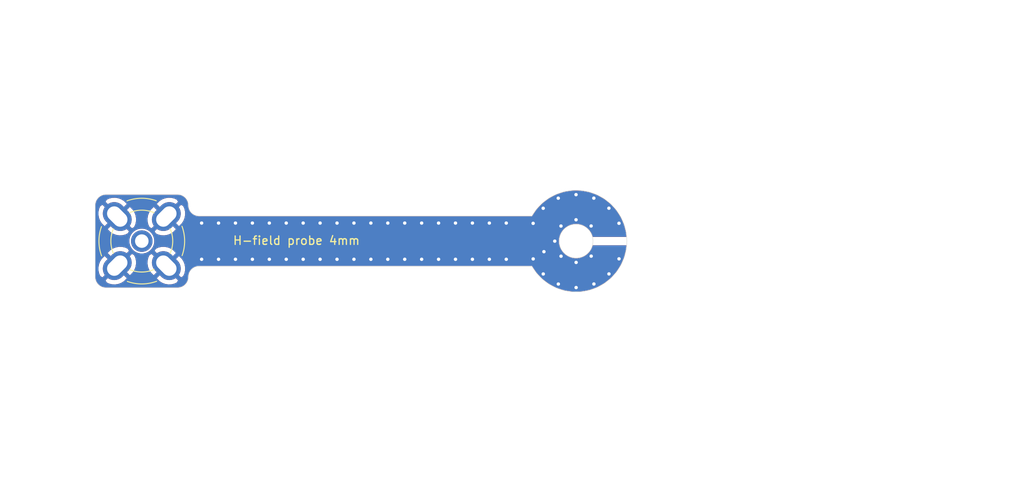
<source format=kicad_pcb>
(kicad_pcb (version 20171130) (host pcbnew "(5.1.5)-3")

  (general
    (thickness 1.6)
    (drawings 22)
    (tracks 61)
    (zones 0)
    (modules 1)
    (nets 3)
  )

  (page A4)
  (layers
    (0 F.Cu signal)
    (1 In1.Cu signal)
    (2 In2.Cu signal)
    (31 B.Cu signal)
    (32 B.Adhes user)
    (33 F.Adhes user)
    (34 B.Paste user)
    (35 F.Paste user)
    (36 B.SilkS user)
    (37 F.SilkS user)
    (38 B.Mask user)
    (39 F.Mask user)
    (40 Dwgs.User user)
    (41 Cmts.User user)
    (42 Eco1.User user)
    (43 Eco2.User user)
    (44 Edge.Cuts user)
    (45 Margin user)
    (46 B.CrtYd user)
    (47 F.CrtYd user)
    (48 B.Fab user hide)
    (49 F.Fab user hide)
  )

  (setup
    (last_trace_width 0.706149)
    (user_trace_width 0.23495)
    (trace_clearance 0.1)
    (zone_clearance 0)
    (zone_45_only no)
    (trace_min 0.2)
    (via_size 0.8)
    (via_drill 0.4)
    (via_min_size 0.4)
    (via_min_drill 0.3)
    (uvia_size 0.3)
    (uvia_drill 0.1)
    (uvias_allowed no)
    (uvia_min_size 0.2)
    (uvia_min_drill 0.1)
    (edge_width 0.05)
    (segment_width 0.2)
    (pcb_text_width 0.3)
    (pcb_text_size 1.5 1.5)
    (mod_edge_width 0.12)
    (mod_text_size 1 1)
    (mod_text_width 0.15)
    (pad_size 2.54 2.54)
    (pad_drill 1.6)
    (pad_to_mask_clearance 0.051)
    (solder_mask_min_width 0.25)
    (aux_axis_origin 0 0)
    (visible_elements 7FFFFF7F)
    (pcbplotparams
      (layerselection 0x010fc_ffffffff)
      (usegerberextensions false)
      (usegerberattributes false)
      (usegerberadvancedattributes false)
      (creategerberjobfile false)
      (excludeedgelayer true)
      (linewidth 0.100000)
      (plotframeref false)
      (viasonmask false)
      (mode 1)
      (useauxorigin false)
      (hpglpennumber 1)
      (hpglpenspeed 20)
      (hpglpendiameter 15.000000)
      (psnegative false)
      (psa4output false)
      (plotreference true)
      (plotvalue true)
      (plotinvisibletext false)
      (padsonsilk false)
      (subtractmaskfromsilk false)
      (outputformat 1)
      (mirror false)
      (drillshape 1)
      (scaleselection 1)
      (outputdirectory ""))
  )

  (net 0 "")
  (net 1 "Net-(J1-Pad1)")
  (net 2 GND)

  (net_class Default "This is the default net class."
    (clearance 0.1)
    (trace_width 0.706149)
    (via_dia 0.8)
    (via_drill 0.4)
    (uvia_dia 0.3)
    (uvia_drill 0.1)
    (add_net GND)
    (add_net "Net-(J1-Pad1)")
  )

  (module _Custom:BNC_SMA_Vertical (layer F.Cu) (tedit 5E57CA4A) (tstamp 5E56994B)
    (at 110.88 96.27)
    (descr "BNC female PCB mount 4 pin straight chassis connector http://www.te.com/usa-en/product-1-1478204-0.html")
    (tags "BNC female PCB mount 4 pin straight chassis connector ")
    (path /5E569AC0)
    (fp_text reference J1 (at -4.32 0 90) (layer F.SilkS) hide
      (effects (font (size 1 1) (thickness 0.15)))
    )
    (fp_text value Conn_Coaxial (at 0 6.5) (layer F.Fab)
      (effects (font (size 1 1) (thickness 0.15)))
    )
    (fp_arc (start 0 0) (end 1.45 3.355) (angle 46.74710926) (layer F.SilkS) (width 0.12))
    (fp_arc (start 0 0) (end -1.45 -3.355) (angle 46.74710926) (layer F.SilkS) (width 0.12))
    (fp_arc (start 0 0) (end -3.355 1.45) (angle 46.74710926) (layer F.SilkS) (width 0.12))
    (fp_arc (start 0 0) (end 3.355 -1.45) (angle 46.74710926) (layer F.SilkS) (width 0.12))
    (fp_circle (center 0 0) (end 3.175 0) (layer F.Fab) (width 0.1))
    (fp_arc (start 0 0) (end -1.75 -4.75) (angle 40) (layer F.SilkS) (width 0.12))
    (fp_arc (start 0 0) (end 4.75 -1.75) (angle 40) (layer F.SilkS) (width 0.12))
    (fp_arc (start 0 0) (end 1.75 4.75) (angle 40) (layer F.SilkS) (width 0.12))
    (fp_arc (start 0 0) (end -4.75 1.75) (angle 40) (layer F.SilkS) (width 0.12))
    (fp_circle (center 0 0) (end 4.8 0) (layer F.Fab) (width 0.1))
    (fp_line (start -5.5 -5.5) (end 5.5 -5.5) (layer F.CrtYd) (width 0.05))
    (fp_line (start -5.5 5.5) (end -5.5 -5.5) (layer F.CrtYd) (width 0.05))
    (fp_line (start 5.5 5.5) (end -5.5 5.5) (layer F.CrtYd) (width 0.05))
    (fp_line (start 5.5 -5.5) (end 5.5 5.5) (layer F.CrtYd) (width 0.05))
    (fp_text user %R (at 0 0) (layer F.Fab)
      (effects (font (size 1 1) (thickness 0.15)))
    )
    (pad 2 thru_hole oval (at 2.9 2.9 45) (size 2.7 3.7) (drill oval 1.7 2.7) (layers *.Cu *.Mask)
      (net 2 GND))
    (pad 2 thru_hole oval (at -2.9 2.9 315) (size 2.7 3.7) (drill oval 1.7 2.7) (layers *.Cu *.Mask)
      (net 2 GND))
    (pad 2 thru_hole oval (at 2.9 -2.9 315) (size 2.7 3.7) (drill oval 1.7 2.7) (layers *.Cu *.Mask)
      (net 2 GND))
    (pad 1 thru_hole circle (at 0 0) (size 2.54 2.54) (drill 1.6) (layers *.Cu *.Mask)
      (net 1 "Net-(J1-Pad1)") (clearance 0.2))
    (pad 2 thru_hole oval (at -2.9 -2.9 45) (size 2.7 3.7) (drill oval 1.7 2.7) (layers *.Cu *.Mask)
      (net 2 GND))
    (model ${KISYS3DMOD}/Connector_Coaxial.3dshapes/BNC_TEConnectivity_1478204_Vertical.wrl
      (at (xyz 0 0 0))
      (scale (xyz 1 1 1))
      (rotate (xyz 0 0 0))
    )
  )

  (gr_circle (center 162.2 96.27) (end 168.2 96.27) (layer Cmts.User) (width 0.01) (tstamp 5E57DB23))
  (gr_circle (center 162.2 96.27) (end 166.2 96.27) (layer Cmts.User) (width 0.01))
  (dimension 40 (width 0.15) (layer Cmts.User)
    (gr_text "40.000 mm" (at 136.38 108.94) (layer Cmts.User)
      (effects (font (size 1 1) (thickness 0.15)))
    )
    (feature1 (pts (xy 156.38 93.31) (xy 156.38 108.226421)))
    (feature2 (pts (xy 116.38 93.31) (xy 116.38 108.226421)))
    (crossbar (pts (xy 116.38 107.64) (xy 156.38 107.64)))
    (arrow1a (pts (xy 156.38 107.64) (xy 155.253496 108.226421)))
    (arrow1b (pts (xy 156.38 107.64) (xy 155.253496 107.053579)))
    (arrow2a (pts (xy 116.38 107.64) (xy 117.506504 108.226421)))
    (arrow2b (pts (xy 116.38 107.64) (xy 117.506504 107.053579)))
  )
  (dimension 11 (width 0.12) (layer Cmts.User) (tstamp 5E57C759)
    (gr_text "11.000 mm" (at 116.38 104.68) (layer Cmts.User) (tstamp 5E57C759)
      (effects (font (size 1 1) (thickness 0.15)))
    )
    (feature1 (pts (xy 121.88 96.27) (xy 121.88 103.996421)))
    (feature2 (pts (xy 110.88 96.27) (xy 110.88 103.996421)))
    (crossbar (pts (xy 110.88 103.41) (xy 121.88 103.41)))
    (arrow1a (pts (xy 121.88 103.41) (xy 120.753496 103.996421)))
    (arrow1b (pts (xy 121.88 103.41) (xy 120.753496 102.823579)))
    (arrow2a (pts (xy 110.88 103.41) (xy 112.006504 103.996421)))
    (arrow2b (pts (xy 110.88 103.41) (xy 112.006504 102.823579)))
  )
  (gr_circle (center 162.2 96.27) (end 164.2 96.27) (layer Edge.Cuts) (width 0.05) (tstamp 5E57BFE1))
  (gr_arc (start 162.2 96.27) (end 156.98 99.23) (angle -300.8892077) (layer Edge.Cuts) (width 0.05) (tstamp 5E57C065))
  (gr_arc (start 162.2 96.27) (end 158.4 97.52) (angle -341.8) (layer In1.Cu) (width 0.23495) (tstamp 5E57C322))
  (gr_text "H-field probe 4mm" (at 121.58 96.2075) (layer F.SilkS)
    (effects (font (size 1 1) (thickness 0.15)) (justify left))
  )
  (dimension 2.96 (width 0.15) (layer Cmts.User)
    (gr_text "2.960 mm" (at 117.925 94.79 90) (layer Cmts.User)
      (effects (font (size 0.3 0.3) (thickness 0.075)))
    )
    (feature1 (pts (xy 119.655 93.31) (xy 118.563579 93.31)))
    (feature2 (pts (xy 119.655 96.27) (xy 118.563579 96.27)))
    (crossbar (pts (xy 119.15 96.27) (xy 119.15 93.31)))
    (arrow1a (pts (xy 119.15 93.31) (xy 119.736421 94.436504)))
    (arrow1b (pts (xy 119.15 93.31) (xy 118.563579 94.436504)))
    (arrow2a (pts (xy 119.15 96.27) (xy 119.736421 95.143496)))
    (arrow2b (pts (xy 119.15 96.27) (xy 118.563579 95.143496)))
  )
  (dimension 5.5 (width 0.15) (layer Cmts.User)
    (gr_text "5.500 mm" (at 101.65 93.52 90) (layer Cmts.User)
      (effects (font (size 0.7 0.7) (thickness 0.15)))
    )
    (feature1 (pts (xy 110.88 90.77) (xy 102.363579 90.77)))
    (feature2 (pts (xy 110.88 96.27) (xy 102.363579 96.27)))
    (crossbar (pts (xy 102.95 96.27) (xy 102.95 90.77)))
    (arrow1a (pts (xy 102.95 90.77) (xy 103.536421 91.896504)))
    (arrow1b (pts (xy 102.95 90.77) (xy 102.363579 91.896504)))
    (arrow2a (pts (xy 102.95 96.27) (xy 103.536421 95.143496)))
    (arrow2b (pts (xy 102.95 96.27) (xy 102.363579 95.143496)))
  )
  (gr_line (start 117.649999 93.310002) (end 156.98 93.31) (layer Edge.Cuts) (width 0.05) (tstamp 5E569BFD))
  (gr_line (start 117.650001 99.230002) (end 156.98 99.23) (layer Edge.Cuts) (width 0.05))
  (gr_line (start 106.649998 101.77) (end 115.109999 101.77) (layer Edge.Cuts) (width 0.05) (tstamp 5E569BED))
  (gr_arc (start 117.65 92.040002) (end 116.38 92.040001) (angle -90) (layer Edge.Cuts) (width 0.05) (tstamp 5E569BDC))
  (gr_arc (start 115.11 92.04) (end 116.38 92.040001) (angle -90) (layer Edge.Cuts) (width 0.05) (tstamp 5E569BD3))
  (gr_arc (start 117.65 100.500002) (end 117.650001 99.230002) (angle -90) (layer Edge.Cuts) (width 0.05) (tstamp 5E569BB2))
  (gr_arc (start 115.11 100.5) (end 115.109999 101.77) (angle -90) (layer Edge.Cuts) (width 0.05) (tstamp 5E569BA8))
  (gr_arc (start 106.65 100.500001) (end 105.38 100.5) (angle -90) (layer Edge.Cuts) (width 0.05) (tstamp 5E569B8F))
  (gr_arc (start 106.65 92.04) (end 106.65 90.77) (angle -90) (layer Edge.Cuts) (width 0.05) (tstamp 5E569C32))
  (dimension 11 (width 0.15) (layer Cmts.User)
    (gr_text "11.000 mm" (at 97.79 96.27 270) (layer Cmts.User)
      (effects (font (size 1 1) (thickness 0.15)))
    )
    (feature1 (pts (xy 105.38 101.77) (xy 98.503579 101.77)))
    (feature2 (pts (xy 105.38 90.77) (xy 98.503579 90.77)))
    (crossbar (pts (xy 99.09 90.77) (xy 99.09 101.77)))
    (arrow1a (pts (xy 99.09 101.77) (xy 98.503579 100.643496)))
    (arrow1b (pts (xy 99.09 101.77) (xy 99.676421 100.643496)))
    (arrow2a (pts (xy 99.09 90.77) (xy 98.503579 91.896504)))
    (arrow2b (pts (xy 99.09 90.77) (xy 99.676421 91.896504)))
  )
  (gr_line (start 105.38 100.5) (end 105.38 92.04) (layer Edge.Cuts) (width 0.05) (tstamp 5E569963))
  (gr_line (start 106.65 90.77) (end 115.110001 90.77) (layer Edge.Cuts) (width 0.05))

  (segment (start 110.88 96.27) (end 158.2 96.27) (width 0.23495) (layer In1.Cu) (net 1))
  (via (at 158.4 97.52) (size 0.8) (drill 0.4) (layers F.Cu B.Cu) (net 2) (tstamp 5E57C329))
  (via (at 153.95 98.42) (size 0.8) (drill 0.4) (layers F.Cu B.Cu) (net 2) (tstamp 5E57BF42))
  (via (at 151.95 98.42) (size 0.8) (drill 0.4) (layers F.Cu B.Cu) (net 2) (tstamp 5E57BF44))
  (via (at 149.95 98.42) (size 0.8) (drill 0.4) (layers F.Cu B.Cu) (net 2) (tstamp 5E57BF46))
  (via (at 147.95 98.42) (size 0.8) (drill 0.4) (layers F.Cu B.Cu) (net 2) (tstamp 5E57BF48))
  (via (at 145.95 98.42) (size 0.8) (drill 0.4) (layers F.Cu B.Cu) (net 2) (tstamp 5E57BF4A))
  (via (at 143.95 98.42) (size 0.8) (drill 0.4) (layers F.Cu B.Cu) (net 2) (tstamp 5E57BF4C))
  (via (at 141.95 98.42) (size 0.8) (drill 0.4) (layers F.Cu B.Cu) (net 2) (tstamp 5E57BF4E))
  (via (at 139.95 98.42) (size 0.8) (drill 0.4) (layers F.Cu B.Cu) (net 2) (tstamp 5E57BF50))
  (via (at 137.95 98.42) (size 0.8) (drill 0.4) (layers F.Cu B.Cu) (net 2) (tstamp 5E57BF52))
  (via (at 135.95 98.42) (size 0.8) (drill 0.4) (layers F.Cu B.Cu) (net 2) (tstamp 5E57BF54))
  (via (at 133.95 98.42) (size 0.8) (drill 0.4) (layers F.Cu B.Cu) (net 2) (tstamp 5E57BF56))
  (via (at 131.95 98.42) (size 0.8) (drill 0.4) (layers F.Cu B.Cu) (net 2) (tstamp 5E57BF58))
  (via (at 129.95 98.42) (size 0.8) (drill 0.4) (layers F.Cu B.Cu) (net 2) (tstamp 5E57BF5A))
  (via (at 127.95 98.42) (size 0.8) (drill 0.4) (layers F.Cu B.Cu) (net 2) (tstamp 5E57BF5C))
  (via (at 125.95 98.42) (size 0.8) (drill 0.4) (layers F.Cu B.Cu) (net 2) (tstamp 5E57BF5E))
  (via (at 123.95 98.42) (size 0.8) (drill 0.4) (layers F.Cu B.Cu) (net 2) (tstamp 5E57BF60))
  (via (at 121.95 98.42) (size 0.8) (drill 0.4) (layers F.Cu B.Cu) (net 2) (tstamp 5E57BF62))
  (via (at 119.95 98.42) (size 0.8) (drill 0.4) (layers F.Cu B.Cu) (net 2) (tstamp 5E57BF64))
  (via (at 117.95 98.42) (size 0.8) (drill 0.4) (layers F.Cu B.Cu) (net 2) (tstamp 5E57BF66))
  (via (at 153.95 94.14) (size 0.8) (drill 0.4) (layers F.Cu B.Cu) (net 2) (tstamp 5E57BF96))
  (via (at 151.95 94.14) (size 0.8) (drill 0.4) (layers F.Cu B.Cu) (net 2) (tstamp 5E57BF98))
  (via (at 149.95 94.14) (size 0.8) (drill 0.4) (layers F.Cu B.Cu) (net 2) (tstamp 5E57BF9A))
  (via (at 147.95 94.14) (size 0.8) (drill 0.4) (layers F.Cu B.Cu) (net 2) (tstamp 5E57BF9C))
  (via (at 145.95 94.14) (size 0.8) (drill 0.4) (layers F.Cu B.Cu) (net 2) (tstamp 5E57BF9E))
  (via (at 143.95 94.14) (size 0.8) (drill 0.4) (layers F.Cu B.Cu) (net 2) (tstamp 5E57BFA0))
  (via (at 141.95 94.14) (size 0.8) (drill 0.4) (layers F.Cu B.Cu) (net 2) (tstamp 5E57BFA2))
  (via (at 139.95 94.14) (size 0.8) (drill 0.4) (layers F.Cu B.Cu) (net 2) (tstamp 5E57BFA4))
  (via (at 137.95 94.14) (size 0.8) (drill 0.4) (layers F.Cu B.Cu) (net 2) (tstamp 5E57BFA6))
  (via (at 135.95 94.14) (size 0.8) (drill 0.4) (layers F.Cu B.Cu) (net 2) (tstamp 5E57BFA8))
  (via (at 133.95 94.14) (size 0.8) (drill 0.4) (layers F.Cu B.Cu) (net 2) (tstamp 5E57BFAA))
  (via (at 131.95 94.14) (size 0.8) (drill 0.4) (layers F.Cu B.Cu) (net 2) (tstamp 5E57BFAC))
  (via (at 129.95 94.14) (size 0.8) (drill 0.4) (layers F.Cu B.Cu) (net 2) (tstamp 5E57BFAE))
  (via (at 127.95 94.14) (size 0.8) (drill 0.4) (layers F.Cu B.Cu) (net 2) (tstamp 5E57BFB0))
  (via (at 125.95 94.14) (size 0.8) (drill 0.4) (layers F.Cu B.Cu) (net 2) (tstamp 5E57BFB2))
  (via (at 123.95 94.14) (size 0.8) (drill 0.4) (layers F.Cu B.Cu) (net 2) (tstamp 5E57BFB4))
  (via (at 121.95 94.14) (size 0.8) (drill 0.4) (layers F.Cu B.Cu) (net 2) (tstamp 5E57BFB6))
  (via (at 119.95 94.14) (size 0.8) (drill 0.4) (layers F.Cu B.Cu) (net 2) (tstamp 5E57BFB8))
  (via (at 117.95 94.14) (size 0.8) (drill 0.4) (layers F.Cu B.Cu) (net 2) (tstamp 5E57BFBA))
  (via (at 159.68 96.275) (size 0.8) (drill 0.4) (layers F.Cu B.Cu) (net 2) (tstamp 5E57CA05))
  (via (at 160.421626 98.055445) (size 0.8) (drill 0.4) (layers F.Cu B.Cu) (net 2) (tstamp 5E57DA45))
  (via (at 162.205 98.79) (size 0.8) (drill 0.4) (layers F.Cu B.Cu) (net 2) (tstamp 5E57DA47))
  (via (at 163.985445 98.048374) (size 0.8) (drill 0.4) (layers F.Cu B.Cu) (net 2) (tstamp 5E57DA49))
  (via (at 163.978374 94.484555) (size 0.8) (drill 0.4) (layers F.Cu B.Cu) (net 2) (tstamp 5E57DA4D))
  (via (at 162.195 93.75) (size 0.8) (drill 0.4) (layers F.Cu B.Cu) (net 2) (tstamp 5E57DA4F))
  (via (at 160.414555 94.491626) (size 0.8) (drill 0.4) (layers F.Cu B.Cu) (net 2) (tstamp 5E57DA51))
  (via (at 157.129815 98.375551) (size 0.8) (drill 0.4) (layers F.Cu B.Cu) (net 2) (tstamp 5E57DD91))
  (via (at 158.321519 100.155552) (size 0.8) (drill 0.4) (layers F.Cu B.Cu) (net 2) (tstamp 5E57DD93))
  (via (at 160.103687 101.344012) (size 0.8) (drill 0.4) (layers F.Cu B.Cu) (net 2) (tstamp 5E57DD95))
  (via (at 162.205 101.76) (size 0.8) (drill 0.4) (layers F.Cu B.Cu) (net 2) (tstamp 5E57DD97))
  (via (at 164.305551 101.340185) (size 0.8) (drill 0.4) (layers F.Cu B.Cu) (net 2) (tstamp 5E57DD99))
  (via (at 166.085552 100.148481) (size 0.8) (drill 0.4) (layers F.Cu B.Cu) (net 2) (tstamp 5E57DD9B))
  (via (at 167.274012 98.366313) (size 0.8) (drill 0.4) (layers F.Cu B.Cu) (net 2) (tstamp 5E57DD9D))
  (via (at 167.270185 94.164449) (size 0.8) (drill 0.4) (layers F.Cu B.Cu) (net 2) (tstamp 5E57DDA1))
  (via (at 166.078481 92.384448) (size 0.8) (drill 0.4) (layers F.Cu B.Cu) (net 2) (tstamp 5E57DDA3))
  (via (at 164.296313 91.195988) (size 0.8) (drill 0.4) (layers F.Cu B.Cu) (net 2) (tstamp 5E57DDA5))
  (via (at 162.195 90.78) (size 0.8) (drill 0.4) (layers F.Cu B.Cu) (net 2) (tstamp 5E57DDA7))
  (via (at 160.094449 91.199815) (size 0.8) (drill 0.4) (layers F.Cu B.Cu) (net 2) (tstamp 5E57DDA9))
  (via (at 158.314448 92.391519) (size 0.8) (drill 0.4) (layers F.Cu B.Cu) (net 2) (tstamp 5E57DDAB))
  (via (at 157.125988 94.173687) (size 0.8) (drill 0.4) (layers F.Cu B.Cu) (net 2) (tstamp 5E57DDAD))

  (zone (net 2) (net_name GND) (layer F.Cu) (tstamp 0) (hatch edge 0.508)
    (connect_pads (clearance 0))
    (min_thickness 0.0254)
    (fill yes (arc_segments 32) (thermal_gap 0.508) (thermal_bridge_width 0.508))
    (polygon
      (pts
        (xy 215.15125 125.7125) (xy 105.36875 125.2075) (xy 104.835 67.78) (xy 214.6175 68.285)
      )
    )
    (filled_polygon
      (pts
        (xy 162.756549 90.333024) (xy 163.718739 90.503642) (xy 164.640138 90.82912) (xy 165.496008 91.300718) (xy 166.263367 91.905771)
        (xy 166.921594 92.628024) (xy 167.453024 93.448088) (xy 167.843378 94.343935) (xy 168.082175 95.291507) (xy 168.120836 95.7573)
        (xy 164.185928 95.7573) (xy 164.169096 95.672681) (xy 164.014729 95.300007) (xy 163.790624 94.964609) (xy 163.505391 94.679376)
        (xy 163.169993 94.455271) (xy 162.797319 94.300904) (xy 162.40169 94.222208) (xy 161.99831 94.222208) (xy 161.602681 94.300904)
        (xy 161.230007 94.455271) (xy 160.894609 94.679376) (xy 160.609376 94.964609) (xy 160.385271 95.300007) (xy 160.230904 95.672681)
        (xy 160.152208 96.06831) (xy 160.152208 96.47169) (xy 160.230904 96.867319) (xy 160.385271 97.239993) (xy 160.609376 97.575391)
        (xy 160.894609 97.860624) (xy 161.230007 98.084729) (xy 161.602681 98.239096) (xy 161.99831 98.317792) (xy 162.40169 98.317792)
        (xy 162.797319 98.239096) (xy 163.169993 98.084729) (xy 163.505391 97.860624) (xy 163.790624 97.575391) (xy 164.014729 97.239993)
        (xy 164.169096 96.867319) (xy 164.185928 96.7827) (xy 168.120876 96.7827) (xy 168.083691 97.239338) (xy 167.84637 98.187275)
        (xy 167.45741 99.08373) (xy 166.927258 99.904621) (xy 166.270152 100.627901) (xy 165.503743 101.234143) (xy 164.648608 101.707073)
        (xy 163.727714 102.033986) (xy 162.765789 102.206103) (xy 161.788674 102.218803) (xy 160.822601 102.071742) (xy 159.893521 101.768872)
        (xy 159.026383 101.318327) (xy 158.244476 100.732205) (xy 157.568798 100.026249) (xy 157.016627 99.21815) (xy 157.012999 99.211765)
        (xy 157.011497 99.208954) (xy 157.006786 99.203213) (xy 157.001045 99.198502) (xy 156.994496 99.195002) (xy 156.987389 99.192846)
        (xy 156.981846 99.1923) (xy 117.650132 99.192303) (xy 117.649869 99.192302) (xy 117.649583 99.192303) (xy 117.648154 99.192303)
        (xy 117.648101 99.192308) (xy 117.641003 99.192333) (xy 117.639364 99.1925) (xy 117.637718 99.192488) (xy 117.637195 99.192539)
        (xy 117.390691 99.218448) (xy 117.38736 99.219132) (xy 117.383988 99.219775) (xy 117.383484 99.219927) (xy 117.146708 99.293221)
        (xy 117.143547 99.29455) (xy 117.14039 99.295825) (xy 117.139925 99.296072) (xy 116.921895 99.413961) (xy 116.919061 99.415873)
        (xy 116.916203 99.417743) (xy 116.915796 99.418075) (xy 116.724815 99.576068) (xy 116.722375 99.578525) (xy 116.719966 99.580884)
        (xy 116.71963 99.581289) (xy 116.562976 99.773366) (xy 116.561093 99.776201) (xy 116.559154 99.779032) (xy 116.558904 99.779495)
        (xy 116.44254 99.998343) (xy 116.441238 100.001502) (xy 116.439892 100.004643) (xy 116.439736 100.005145) (xy 116.368096 100.242426)
        (xy 116.367428 100.245799) (xy 116.366722 100.249121) (xy 116.366667 100.249644) (xy 116.34248 100.496322) (xy 116.318654 100.73932)
        (xy 116.24915 100.969526) (xy 116.136258 101.181844) (xy 115.984275 101.368194) (xy 115.798993 101.521472) (xy 115.587463 101.635847)
        (xy 115.357753 101.706953) (xy 115.11683 101.732276) (xy 115.109867 101.7323) (xy 106.651832 101.7323) (xy 106.41068 101.708655)
        (xy 106.180474 101.639151) (xy 105.968156 101.526259) (xy 105.781806 101.374276) (xy 105.628528 101.188994) (xy 105.514153 100.977464)
        (xy 105.494208 100.91303) (xy 106.578219 100.91303) (xy 106.731278 101.16617) (xy 107.024827 101.311234) (xy 107.385146 101.394254)
        (xy 107.754738 101.405384) (xy 108.1194 101.344196) (xy 108.465118 101.213043) (xy 108.778606 101.016963) (xy 109.13216 100.66341)
        (xy 112.62784 100.66341) (xy 112.981394 101.016963) (xy 113.294882 101.213043) (xy 113.6406 101.344196) (xy 114.005262 101.405384)
        (xy 114.374854 101.394254) (xy 114.735173 101.311234) (xy 115.028722 101.16617) (xy 115.181781 100.91303) (xy 113.78 99.51125)
        (xy 112.62784 100.66341) (xy 109.13216 100.66341) (xy 107.98 99.51125) (xy 106.578219 100.91303) (xy 105.494208 100.91303)
        (xy 105.443047 100.747754) (xy 105.417724 100.506831) (xy 105.4177 100.499868) (xy 105.4177 99.395262) (xy 105.744616 99.395262)
        (xy 105.755746 99.764854) (xy 105.838766 100.125173) (xy 105.98383 100.418722) (xy 106.23697 100.571781) (xy 107.63875 99.17)
        (xy 108.32125 99.17) (xy 109.47341 100.32216) (xy 109.826963 99.968606) (xy 110.023043 99.655118) (xy 110.154196 99.3094)
        (xy 110.215384 98.944738) (xy 111.544616 98.944738) (xy 111.605804 99.3094) (xy 111.736957 99.655118) (xy 111.933037 99.968606)
        (xy 112.28659 100.32216) (xy 113.43875 99.17) (xy 114.12125 99.17) (xy 115.52303 100.571781) (xy 115.77617 100.418722)
        (xy 115.921234 100.125173) (xy 116.004254 99.764854) (xy 116.015384 99.395262) (xy 115.954196 99.0306) (xy 115.823043 98.684882)
        (xy 115.626963 98.371394) (xy 115.27341 98.01784) (xy 114.12125 99.17) (xy 113.43875 99.17) (xy 112.03697 97.768219)
        (xy 111.78383 97.921278) (xy 111.638766 98.214827) (xy 111.555746 98.575146) (xy 111.544616 98.944738) (xy 110.215384 98.944738)
        (xy 110.204254 98.575146) (xy 110.121234 98.214827) (xy 109.97617 97.921278) (xy 109.72303 97.768219) (xy 108.32125 99.17)
        (xy 107.63875 99.17) (xy 106.48659 98.01784) (xy 106.133037 98.371394) (xy 105.936957 98.684882) (xy 105.805804 99.0306)
        (xy 105.744616 99.395262) (xy 105.4177 99.395262) (xy 105.4177 97.67659) (xy 106.82784 97.67659) (xy 107.98 98.82875)
        (xy 109.381781 97.42697) (xy 109.228722 97.17383) (xy 108.935173 97.028766) (xy 108.574854 96.945746) (xy 108.205262 96.934616)
        (xy 107.8406 96.995804) (xy 107.494882 97.126957) (xy 107.181394 97.323037) (xy 106.82784 97.67659) (xy 105.4177 97.67659)
        (xy 105.4177 96.123967) (xy 109.3973 96.123967) (xy 109.3973 96.416033) (xy 109.454279 96.702488) (xy 109.566048 96.972322)
        (xy 109.728312 97.215166) (xy 109.934834 97.421688) (xy 110.177678 97.583952) (xy 110.447512 97.695721) (xy 110.733967 97.7527)
        (xy 111.026033 97.7527) (xy 111.312488 97.695721) (xy 111.582322 97.583952) (xy 111.81726 97.42697) (xy 112.378219 97.42697)
        (xy 113.78 98.82875) (xy 114.93216 97.67659) (xy 114.578606 97.323037) (xy 114.265118 97.126957) (xy 113.9194 96.995804)
        (xy 113.554738 96.934616) (xy 113.185146 96.945746) (xy 112.824827 97.028766) (xy 112.531278 97.17383) (xy 112.378219 97.42697)
        (xy 111.81726 97.42697) (xy 111.825166 97.421688) (xy 112.031688 97.215166) (xy 112.193952 96.972322) (xy 112.305721 96.702488)
        (xy 112.3627 96.416033) (xy 112.3627 96.123967) (xy 112.305721 95.837512) (xy 112.193952 95.567678) (xy 112.031688 95.324834)
        (xy 111.825166 95.118312) (xy 111.817261 95.11303) (xy 112.378219 95.11303) (xy 112.531278 95.36617) (xy 112.824827 95.511234)
        (xy 113.185146 95.594254) (xy 113.554738 95.605384) (xy 113.9194 95.544196) (xy 114.265118 95.413043) (xy 114.578606 95.216963)
        (xy 114.93216 94.86341) (xy 113.78 93.71125) (xy 112.378219 95.11303) (xy 111.817261 95.11303) (xy 111.582322 94.956048)
        (xy 111.312488 94.844279) (xy 111.026033 94.7873) (xy 110.733967 94.7873) (xy 110.447512 94.844279) (xy 110.177678 94.956048)
        (xy 109.934834 95.118312) (xy 109.728312 95.324834) (xy 109.566048 95.567678) (xy 109.454279 95.837512) (xy 109.3973 96.123967)
        (xy 105.4177 96.123967) (xy 105.4177 94.86341) (xy 106.82784 94.86341) (xy 107.181394 95.216963) (xy 107.494882 95.413043)
        (xy 107.8406 95.544196) (xy 108.205262 95.605384) (xy 108.574854 95.594254) (xy 108.935173 95.511234) (xy 109.228722 95.36617)
        (xy 109.381781 95.11303) (xy 107.98 93.71125) (xy 106.82784 94.86341) (xy 105.4177 94.86341) (xy 105.4177 93.144738)
        (xy 105.744616 93.144738) (xy 105.805804 93.5094) (xy 105.936957 93.855118) (xy 106.133037 94.168606) (xy 106.48659 94.52216)
        (xy 107.63875 93.37) (xy 108.32125 93.37) (xy 109.72303 94.771781) (xy 109.97617 94.618722) (xy 110.121234 94.325173)
        (xy 110.204254 93.964854) (xy 110.215384 93.595262) (xy 111.544616 93.595262) (xy 111.555746 93.964854) (xy 111.638766 94.325173)
        (xy 111.78383 94.618722) (xy 112.03697 94.771781) (xy 113.43875 93.37) (xy 114.12125 93.37) (xy 115.27341 94.52216)
        (xy 115.626963 94.168606) (xy 115.823043 93.855118) (xy 115.954196 93.5094) (xy 116.015384 93.144738) (xy 116.004254 92.775146)
        (xy 115.921234 92.414827) (xy 115.77617 92.121278) (xy 115.52303 91.968219) (xy 114.12125 93.37) (xy 113.43875 93.37)
        (xy 112.28659 92.21784) (xy 111.933037 92.571394) (xy 111.736957 92.884882) (xy 111.605804 93.2306) (xy 111.544616 93.595262)
        (xy 110.215384 93.595262) (xy 110.154196 93.2306) (xy 110.023043 92.884882) (xy 109.826963 92.571394) (xy 109.47341 92.21784)
        (xy 108.32125 93.37) (xy 107.63875 93.37) (xy 106.23697 91.968219) (xy 105.98383 92.121278) (xy 105.838766 92.414827)
        (xy 105.755746 92.775146) (xy 105.744616 93.144738) (xy 105.4177 93.144738) (xy 105.4177 92.041843) (xy 105.441346 91.800681)
        (xy 105.493792 91.62697) (xy 106.578219 91.62697) (xy 107.98 93.02875) (xy 109.13216 91.87659) (xy 112.62784 91.87659)
        (xy 113.78 93.02875) (xy 115.181781 91.62697) (xy 115.028722 91.37383) (xy 114.735173 91.228766) (xy 114.374854 91.145746)
        (xy 114.005262 91.134616) (xy 113.6406 91.195804) (xy 113.294882 91.326957) (xy 112.981394 91.523037) (xy 112.62784 91.87659)
        (xy 109.13216 91.87659) (xy 108.778606 91.523037) (xy 108.465118 91.326957) (xy 108.1194 91.195804) (xy 107.754738 91.134616)
        (xy 107.385146 91.145746) (xy 107.024827 91.228766) (xy 106.731278 91.37383) (xy 106.578219 91.62697) (xy 105.493792 91.62697)
        (xy 105.51085 91.570475) (xy 105.623741 91.358156) (xy 105.775725 91.171806) (xy 105.961006 91.018528) (xy 106.172536 90.904154)
        (xy 106.40225 90.833045) (xy 106.643169 90.807724) (xy 106.650132 90.8077) (xy 115.108158 90.8077) (xy 115.34932 90.831346)
        (xy 115.579526 90.90085) (xy 115.791844 91.013742) (xy 115.978195 91.165726) (xy 116.131472 91.351007) (xy 116.245847 91.562537)
        (xy 116.316955 91.792252) (xy 116.342276 92.03317) (xy 116.3423 92.040133) (xy 116.342331 92.048999) (xy 116.342498 92.050646)
        (xy 116.342487 92.052284) (xy 116.342538 92.052808) (xy 116.368446 92.299311) (xy 116.369131 92.302649) (xy 116.369773 92.306014)
        (xy 116.369925 92.306518) (xy 116.443219 92.543295) (xy 116.444561 92.546489) (xy 116.445824 92.549613) (xy 116.446068 92.550073)
        (xy 116.44607 92.550078) (xy 116.446073 92.550082) (xy 116.563959 92.768107) (xy 116.565881 92.770957) (xy 116.567741 92.773799)
        (xy 116.56807 92.774202) (xy 116.568074 92.774208) (xy 116.568079 92.774213) (xy 116.726066 92.965187) (xy 116.728487 92.967591)
        (xy 116.730881 92.970036) (xy 116.731286 92.970371) (xy 116.923364 93.127026) (xy 116.926199 93.128909) (xy 116.92903 93.130848)
        (xy 116.929493 93.131098) (xy 117.148341 93.247462) (xy 117.1515 93.248764) (xy 117.154641 93.25011) (xy 117.155143 93.250266)
        (xy 117.392424 93.321906) (xy 117.395797 93.322574) (xy 117.399119 93.32328) (xy 117.399642 93.323335) (xy 117.64632 93.347522)
        (xy 117.646325 93.347522) (xy 117.648152 93.347702) (xy 156.981848 93.347699) (xy 156.98739 93.347153) (xy 156.99085 93.346103)
        (xy 156.990861 93.346101) (xy 156.990872 93.346097) (xy 156.994497 93.344997) (xy 157.001046 93.341497) (xy 157.006787 93.336786)
        (xy 157.011498 93.331045) (xy 157.012293 93.329557) (xy 157.562953 92.520968) (xy 158.237535 91.813956) (xy 159.018528 91.226621)
        (xy 159.884967 90.774723) (xy 160.813569 90.47041) (xy 161.779409 90.321845)
      )
    )
  )
  (zone (net 2) (net_name GND) (layer In2.Cu) (tstamp 5E57C01F) (hatch edge 0.508)
    (connect_pads (clearance 0))
    (min_thickness 0.0254)
    (fill yes (arc_segments 32) (thermal_gap 0.508) (thermal_bridge_width 0.508))
    (polygon
      (pts
        (xy 215.15125 125.7125) (xy 105.36875 125.2075) (xy 104.835 67.78) (xy 214.6175 68.285)
      )
    )
    (filled_polygon
      (pts
        (xy 162.756549 90.333024) (xy 163.718739 90.503642) (xy 164.640138 90.82912) (xy 165.496008 91.300718) (xy 166.263367 91.905771)
        (xy 166.921594 92.628024) (xy 167.453024 93.448088) (xy 167.843378 94.343935) (xy 168.082175 95.291507) (xy 168.120836 95.7573)
        (xy 164.185928 95.7573) (xy 164.169096 95.672681) (xy 164.014729 95.300007) (xy 163.790624 94.964609) (xy 163.505391 94.679376)
        (xy 163.169993 94.455271) (xy 162.797319 94.300904) (xy 162.40169 94.222208) (xy 161.99831 94.222208) (xy 161.602681 94.300904)
        (xy 161.230007 94.455271) (xy 160.894609 94.679376) (xy 160.609376 94.964609) (xy 160.385271 95.300007) (xy 160.230904 95.672681)
        (xy 160.152208 96.06831) (xy 160.152208 96.47169) (xy 160.230904 96.867319) (xy 160.385271 97.239993) (xy 160.609376 97.575391)
        (xy 160.894609 97.860624) (xy 161.230007 98.084729) (xy 161.602681 98.239096) (xy 161.99831 98.317792) (xy 162.40169 98.317792)
        (xy 162.797319 98.239096) (xy 163.169993 98.084729) (xy 163.505391 97.860624) (xy 163.790624 97.575391) (xy 164.014729 97.239993)
        (xy 164.169096 96.867319) (xy 164.185928 96.7827) (xy 168.120876 96.7827) (xy 168.083691 97.239338) (xy 167.84637 98.187275)
        (xy 167.45741 99.08373) (xy 166.927258 99.904621) (xy 166.270152 100.627901) (xy 165.503743 101.234143) (xy 164.648608 101.707073)
        (xy 163.727714 102.033986) (xy 162.765789 102.206103) (xy 161.788674 102.218803) (xy 160.822601 102.071742) (xy 159.893521 101.768872)
        (xy 159.026383 101.318327) (xy 158.244476 100.732205) (xy 157.568798 100.026249) (xy 157.016627 99.21815) (xy 157.012999 99.211765)
        (xy 157.011497 99.208954) (xy 157.006786 99.203213) (xy 157.001045 99.198502) (xy 156.994496 99.195002) (xy 156.987389 99.192846)
        (xy 156.981846 99.1923) (xy 117.650132 99.192303) (xy 117.649869 99.192302) (xy 117.649583 99.192303) (xy 117.648154 99.192303)
        (xy 117.648101 99.192308) (xy 117.641003 99.192333) (xy 117.639364 99.1925) (xy 117.637718 99.192488) (xy 117.637195 99.192539)
        (xy 117.390691 99.218448) (xy 117.38736 99.219132) (xy 117.383988 99.219775) (xy 117.383484 99.219927) (xy 117.146708 99.293221)
        (xy 117.143547 99.29455) (xy 117.14039 99.295825) (xy 117.139925 99.296072) (xy 116.921895 99.413961) (xy 116.919061 99.415873)
        (xy 116.916203 99.417743) (xy 116.915796 99.418075) (xy 116.724815 99.576068) (xy 116.722375 99.578525) (xy 116.719966 99.580884)
        (xy 116.71963 99.581289) (xy 116.562976 99.773366) (xy 116.561093 99.776201) (xy 116.559154 99.779032) (xy 116.558904 99.779495)
        (xy 116.44254 99.998343) (xy 116.441238 100.001502) (xy 116.439892 100.004643) (xy 116.439736 100.005145) (xy 116.368096 100.242426)
        (xy 116.367428 100.245799) (xy 116.366722 100.249121) (xy 116.366667 100.249644) (xy 116.34248 100.496322) (xy 116.318654 100.73932)
        (xy 116.24915 100.969526) (xy 116.136258 101.181844) (xy 115.984275 101.368194) (xy 115.798993 101.521472) (xy 115.587463 101.635847)
        (xy 115.357753 101.706953) (xy 115.11683 101.732276) (xy 115.109867 101.7323) (xy 106.651832 101.7323) (xy 106.41068 101.708655)
        (xy 106.180474 101.639151) (xy 105.968156 101.526259) (xy 105.781806 101.374276) (xy 105.628528 101.188994) (xy 105.514153 100.977464)
        (xy 105.494208 100.91303) (xy 106.578219 100.91303) (xy 106.731278 101.16617) (xy 107.024827 101.311234) (xy 107.385146 101.394254)
        (xy 107.754738 101.405384) (xy 108.1194 101.344196) (xy 108.465118 101.213043) (xy 108.778606 101.016963) (xy 109.13216 100.66341)
        (xy 112.62784 100.66341) (xy 112.981394 101.016963) (xy 113.294882 101.213043) (xy 113.6406 101.344196) (xy 114.005262 101.405384)
        (xy 114.374854 101.394254) (xy 114.735173 101.311234) (xy 115.028722 101.16617) (xy 115.181781 100.91303) (xy 113.78 99.51125)
        (xy 112.62784 100.66341) (xy 109.13216 100.66341) (xy 107.98 99.51125) (xy 106.578219 100.91303) (xy 105.494208 100.91303)
        (xy 105.443047 100.747754) (xy 105.417724 100.506831) (xy 105.4177 100.499868) (xy 105.4177 99.395262) (xy 105.744616 99.395262)
        (xy 105.755746 99.764854) (xy 105.838766 100.125173) (xy 105.98383 100.418722) (xy 106.23697 100.571781) (xy 107.63875 99.17)
        (xy 108.32125 99.17) (xy 109.47341 100.32216) (xy 109.826963 99.968606) (xy 110.023043 99.655118) (xy 110.154196 99.3094)
        (xy 110.215384 98.944738) (xy 111.544616 98.944738) (xy 111.605804 99.3094) (xy 111.736957 99.655118) (xy 111.933037 99.968606)
        (xy 112.28659 100.32216) (xy 113.43875 99.17) (xy 114.12125 99.17) (xy 115.52303 100.571781) (xy 115.77617 100.418722)
        (xy 115.921234 100.125173) (xy 116.004254 99.764854) (xy 116.015384 99.395262) (xy 115.954196 99.0306) (xy 115.823043 98.684882)
        (xy 115.626963 98.371394) (xy 115.27341 98.01784) (xy 114.12125 99.17) (xy 113.43875 99.17) (xy 112.03697 97.768219)
        (xy 111.78383 97.921278) (xy 111.638766 98.214827) (xy 111.555746 98.575146) (xy 111.544616 98.944738) (xy 110.215384 98.944738)
        (xy 110.204254 98.575146) (xy 110.121234 98.214827) (xy 109.97617 97.921278) (xy 109.72303 97.768219) (xy 108.32125 99.17)
        (xy 107.63875 99.17) (xy 106.48659 98.01784) (xy 106.133037 98.371394) (xy 105.936957 98.684882) (xy 105.805804 99.0306)
        (xy 105.744616 99.395262) (xy 105.4177 99.395262) (xy 105.4177 97.67659) (xy 106.82784 97.67659) (xy 107.98 98.82875)
        (xy 109.381781 97.42697) (xy 109.228722 97.17383) (xy 108.935173 97.028766) (xy 108.574854 96.945746) (xy 108.205262 96.934616)
        (xy 107.8406 96.995804) (xy 107.494882 97.126957) (xy 107.181394 97.323037) (xy 106.82784 97.67659) (xy 105.4177 97.67659)
        (xy 105.4177 96.123967) (xy 109.3973 96.123967) (xy 109.3973 96.416033) (xy 109.454279 96.702488) (xy 109.566048 96.972322)
        (xy 109.728312 97.215166) (xy 109.934834 97.421688) (xy 110.177678 97.583952) (xy 110.447512 97.695721) (xy 110.733967 97.7527)
        (xy 111.026033 97.7527) (xy 111.312488 97.695721) (xy 111.582322 97.583952) (xy 111.81726 97.42697) (xy 112.378219 97.42697)
        (xy 113.78 98.82875) (xy 114.93216 97.67659) (xy 114.578606 97.323037) (xy 114.265118 97.126957) (xy 113.9194 96.995804)
        (xy 113.554738 96.934616) (xy 113.185146 96.945746) (xy 112.824827 97.028766) (xy 112.531278 97.17383) (xy 112.378219 97.42697)
        (xy 111.81726 97.42697) (xy 111.825166 97.421688) (xy 112.031688 97.215166) (xy 112.193952 96.972322) (xy 112.305721 96.702488)
        (xy 112.3627 96.416033) (xy 112.3627 96.123967) (xy 112.305721 95.837512) (xy 112.193952 95.567678) (xy 112.031688 95.324834)
        (xy 111.825166 95.118312) (xy 111.817261 95.11303) (xy 112.378219 95.11303) (xy 112.531278 95.36617) (xy 112.824827 95.511234)
        (xy 113.185146 95.594254) (xy 113.554738 95.605384) (xy 113.9194 95.544196) (xy 114.265118 95.413043) (xy 114.578606 95.216963)
        (xy 114.93216 94.86341) (xy 113.78 93.71125) (xy 112.378219 95.11303) (xy 111.817261 95.11303) (xy 111.582322 94.956048)
        (xy 111.312488 94.844279) (xy 111.026033 94.7873) (xy 110.733967 94.7873) (xy 110.447512 94.844279) (xy 110.177678 94.956048)
        (xy 109.934834 95.118312) (xy 109.728312 95.324834) (xy 109.566048 95.567678) (xy 109.454279 95.837512) (xy 109.3973 96.123967)
        (xy 105.4177 96.123967) (xy 105.4177 94.86341) (xy 106.82784 94.86341) (xy 107.181394 95.216963) (xy 107.494882 95.413043)
        (xy 107.8406 95.544196) (xy 108.205262 95.605384) (xy 108.574854 95.594254) (xy 108.935173 95.511234) (xy 109.228722 95.36617)
        (xy 109.381781 95.11303) (xy 107.98 93.71125) (xy 106.82784 94.86341) (xy 105.4177 94.86341) (xy 105.4177 93.144738)
        (xy 105.744616 93.144738) (xy 105.805804 93.5094) (xy 105.936957 93.855118) (xy 106.133037 94.168606) (xy 106.48659 94.52216)
        (xy 107.63875 93.37) (xy 108.32125 93.37) (xy 109.72303 94.771781) (xy 109.97617 94.618722) (xy 110.121234 94.325173)
        (xy 110.204254 93.964854) (xy 110.215384 93.595262) (xy 111.544616 93.595262) (xy 111.555746 93.964854) (xy 111.638766 94.325173)
        (xy 111.78383 94.618722) (xy 112.03697 94.771781) (xy 113.43875 93.37) (xy 114.12125 93.37) (xy 115.27341 94.52216)
        (xy 115.626963 94.168606) (xy 115.823043 93.855118) (xy 115.954196 93.5094) (xy 116.015384 93.144738) (xy 116.004254 92.775146)
        (xy 115.921234 92.414827) (xy 115.77617 92.121278) (xy 115.52303 91.968219) (xy 114.12125 93.37) (xy 113.43875 93.37)
        (xy 112.28659 92.21784) (xy 111.933037 92.571394) (xy 111.736957 92.884882) (xy 111.605804 93.2306) (xy 111.544616 93.595262)
        (xy 110.215384 93.595262) (xy 110.154196 93.2306) (xy 110.023043 92.884882) (xy 109.826963 92.571394) (xy 109.47341 92.21784)
        (xy 108.32125 93.37) (xy 107.63875 93.37) (xy 106.23697 91.968219) (xy 105.98383 92.121278) (xy 105.838766 92.414827)
        (xy 105.755746 92.775146) (xy 105.744616 93.144738) (xy 105.4177 93.144738) (xy 105.4177 92.041843) (xy 105.441346 91.800681)
        (xy 105.493792 91.62697) (xy 106.578219 91.62697) (xy 107.98 93.02875) (xy 109.13216 91.87659) (xy 112.62784 91.87659)
        (xy 113.78 93.02875) (xy 115.181781 91.62697) (xy 115.028722 91.37383) (xy 114.735173 91.228766) (xy 114.374854 91.145746)
        (xy 114.005262 91.134616) (xy 113.6406 91.195804) (xy 113.294882 91.326957) (xy 112.981394 91.523037) (xy 112.62784 91.87659)
        (xy 109.13216 91.87659) (xy 108.778606 91.523037) (xy 108.465118 91.326957) (xy 108.1194 91.195804) (xy 107.754738 91.134616)
        (xy 107.385146 91.145746) (xy 107.024827 91.228766) (xy 106.731278 91.37383) (xy 106.578219 91.62697) (xy 105.493792 91.62697)
        (xy 105.51085 91.570475) (xy 105.623741 91.358156) (xy 105.775725 91.171806) (xy 105.961006 91.018528) (xy 106.172536 90.904154)
        (xy 106.40225 90.833045) (xy 106.643169 90.807724) (xy 106.650132 90.8077) (xy 115.108158 90.8077) (xy 115.34932 90.831346)
        (xy 115.579526 90.90085) (xy 115.791844 91.013742) (xy 115.978195 91.165726) (xy 116.131472 91.351007) (xy 116.245847 91.562537)
        (xy 116.316955 91.792252) (xy 116.342276 92.03317) (xy 116.3423 92.040133) (xy 116.342331 92.048999) (xy 116.342498 92.050646)
        (xy 116.342487 92.052284) (xy 116.342538 92.052808) (xy 116.368446 92.299311) (xy 116.369131 92.302649) (xy 116.369773 92.306014)
        (xy 116.369925 92.306518) (xy 116.443219 92.543295) (xy 116.444561 92.546489) (xy 116.445824 92.549613) (xy 116.446068 92.550073)
        (xy 116.44607 92.550078) (xy 116.446073 92.550082) (xy 116.563959 92.768107) (xy 116.565881 92.770957) (xy 116.567741 92.773799)
        (xy 116.56807 92.774202) (xy 116.568074 92.774208) (xy 116.568079 92.774213) (xy 116.726066 92.965187) (xy 116.728487 92.967591)
        (xy 116.730881 92.970036) (xy 116.731286 92.970371) (xy 116.923364 93.127026) (xy 116.926199 93.128909) (xy 116.92903 93.130848)
        (xy 116.929493 93.131098) (xy 117.148341 93.247462) (xy 117.1515 93.248764) (xy 117.154641 93.25011) (xy 117.155143 93.250266)
        (xy 117.392424 93.321906) (xy 117.395797 93.322574) (xy 117.399119 93.32328) (xy 117.399642 93.323335) (xy 117.64632 93.347522)
        (xy 117.646325 93.347522) (xy 117.648152 93.347702) (xy 156.981848 93.347699) (xy 156.98739 93.347153) (xy 156.99085 93.346103)
        (xy 156.990861 93.346101) (xy 156.990872 93.346097) (xy 156.994497 93.344997) (xy 157.001046 93.341497) (xy 157.006787 93.336786)
        (xy 157.011498 93.331045) (xy 157.012293 93.329557) (xy 157.562953 92.520968) (xy 158.237535 91.813956) (xy 159.018528 91.226621)
        (xy 159.884967 90.774723) (xy 160.813569 90.47041) (xy 161.779409 90.321845)
      )
    )
  )
  (zone (net 2) (net_name GND) (layer B.Cu) (tstamp 5E57C025) (hatch edge 0.508)
    (connect_pads (clearance 0))
    (min_thickness 0.0254)
    (fill yes (arc_segments 32) (thermal_gap 0.508) (thermal_bridge_width 0.508))
    (polygon
      (pts
        (xy 215.15125 125.7125) (xy 105.36875 125.2075) (xy 104.835 67.78) (xy 214.6175 68.285)
      )
    )
    (filled_polygon
      (pts
        (xy 162.756549 90.333024) (xy 163.718739 90.503642) (xy 164.640138 90.82912) (xy 165.496008 91.300718) (xy 166.263367 91.905771)
        (xy 166.921594 92.628024) (xy 167.453024 93.448088) (xy 167.843378 94.343935) (xy 168.082175 95.291507) (xy 168.120836 95.7573)
        (xy 164.185928 95.7573) (xy 164.169096 95.672681) (xy 164.014729 95.300007) (xy 163.790624 94.964609) (xy 163.505391 94.679376)
        (xy 163.169993 94.455271) (xy 162.797319 94.300904) (xy 162.40169 94.222208) (xy 161.99831 94.222208) (xy 161.602681 94.300904)
        (xy 161.230007 94.455271) (xy 160.894609 94.679376) (xy 160.609376 94.964609) (xy 160.385271 95.300007) (xy 160.230904 95.672681)
        (xy 160.152208 96.06831) (xy 160.152208 96.47169) (xy 160.230904 96.867319) (xy 160.385271 97.239993) (xy 160.609376 97.575391)
        (xy 160.894609 97.860624) (xy 161.230007 98.084729) (xy 161.602681 98.239096) (xy 161.99831 98.317792) (xy 162.40169 98.317792)
        (xy 162.797319 98.239096) (xy 163.169993 98.084729) (xy 163.505391 97.860624) (xy 163.790624 97.575391) (xy 164.014729 97.239993)
        (xy 164.169096 96.867319) (xy 164.185928 96.7827) (xy 168.120876 96.7827) (xy 168.083691 97.239338) (xy 167.84637 98.187275)
        (xy 167.45741 99.08373) (xy 166.927258 99.904621) (xy 166.270152 100.627901) (xy 165.503743 101.234143) (xy 164.648608 101.707073)
        (xy 163.727714 102.033986) (xy 162.765789 102.206103) (xy 161.788674 102.218803) (xy 160.822601 102.071742) (xy 159.893521 101.768872)
        (xy 159.026383 101.318327) (xy 158.244476 100.732205) (xy 157.568798 100.026249) (xy 157.016627 99.21815) (xy 157.012999 99.211765)
        (xy 157.011497 99.208954) (xy 157.006786 99.203213) (xy 157.001045 99.198502) (xy 156.994496 99.195002) (xy 156.987389 99.192846)
        (xy 156.981846 99.1923) (xy 117.650132 99.192303) (xy 117.649869 99.192302) (xy 117.649583 99.192303) (xy 117.648154 99.192303)
        (xy 117.648101 99.192308) (xy 117.641003 99.192333) (xy 117.639364 99.1925) (xy 117.637718 99.192488) (xy 117.637195 99.192539)
        (xy 117.390691 99.218448) (xy 117.38736 99.219132) (xy 117.383988 99.219775) (xy 117.383484 99.219927) (xy 117.146708 99.293221)
        (xy 117.143547 99.29455) (xy 117.14039 99.295825) (xy 117.139925 99.296072) (xy 116.921895 99.413961) (xy 116.919061 99.415873)
        (xy 116.916203 99.417743) (xy 116.915796 99.418075) (xy 116.724815 99.576068) (xy 116.722375 99.578525) (xy 116.719966 99.580884)
        (xy 116.71963 99.581289) (xy 116.562976 99.773366) (xy 116.561093 99.776201) (xy 116.559154 99.779032) (xy 116.558904 99.779495)
        (xy 116.44254 99.998343) (xy 116.441238 100.001502) (xy 116.439892 100.004643) (xy 116.439736 100.005145) (xy 116.368096 100.242426)
        (xy 116.367428 100.245799) (xy 116.366722 100.249121) (xy 116.366667 100.249644) (xy 116.34248 100.496322) (xy 116.318654 100.73932)
        (xy 116.24915 100.969526) (xy 116.136258 101.181844) (xy 115.984275 101.368194) (xy 115.798993 101.521472) (xy 115.587463 101.635847)
        (xy 115.357753 101.706953) (xy 115.11683 101.732276) (xy 115.109867 101.7323) (xy 106.651832 101.7323) (xy 106.41068 101.708655)
        (xy 106.180474 101.639151) (xy 105.968156 101.526259) (xy 105.781806 101.374276) (xy 105.628528 101.188994) (xy 105.514153 100.977464)
        (xy 105.494208 100.91303) (xy 106.578219 100.91303) (xy 106.731278 101.16617) (xy 107.024827 101.311234) (xy 107.385146 101.394254)
        (xy 107.754738 101.405384) (xy 108.1194 101.344196) (xy 108.465118 101.213043) (xy 108.778606 101.016963) (xy 109.13216 100.66341)
        (xy 112.62784 100.66341) (xy 112.981394 101.016963) (xy 113.294882 101.213043) (xy 113.6406 101.344196) (xy 114.005262 101.405384)
        (xy 114.374854 101.394254) (xy 114.735173 101.311234) (xy 115.028722 101.16617) (xy 115.181781 100.91303) (xy 113.78 99.51125)
        (xy 112.62784 100.66341) (xy 109.13216 100.66341) (xy 107.98 99.51125) (xy 106.578219 100.91303) (xy 105.494208 100.91303)
        (xy 105.443047 100.747754) (xy 105.417724 100.506831) (xy 105.4177 100.499868) (xy 105.4177 99.395262) (xy 105.744616 99.395262)
        (xy 105.755746 99.764854) (xy 105.838766 100.125173) (xy 105.98383 100.418722) (xy 106.23697 100.571781) (xy 107.63875 99.17)
        (xy 108.32125 99.17) (xy 109.47341 100.32216) (xy 109.826963 99.968606) (xy 110.023043 99.655118) (xy 110.154196 99.3094)
        (xy 110.215384 98.944738) (xy 111.544616 98.944738) (xy 111.605804 99.3094) (xy 111.736957 99.655118) (xy 111.933037 99.968606)
        (xy 112.28659 100.32216) (xy 113.43875 99.17) (xy 114.12125 99.17) (xy 115.52303 100.571781) (xy 115.77617 100.418722)
        (xy 115.921234 100.125173) (xy 116.004254 99.764854) (xy 116.015384 99.395262) (xy 115.954196 99.0306) (xy 115.823043 98.684882)
        (xy 115.626963 98.371394) (xy 115.27341 98.01784) (xy 114.12125 99.17) (xy 113.43875 99.17) (xy 112.03697 97.768219)
        (xy 111.78383 97.921278) (xy 111.638766 98.214827) (xy 111.555746 98.575146) (xy 111.544616 98.944738) (xy 110.215384 98.944738)
        (xy 110.204254 98.575146) (xy 110.121234 98.214827) (xy 109.97617 97.921278) (xy 109.72303 97.768219) (xy 108.32125 99.17)
        (xy 107.63875 99.17) (xy 106.48659 98.01784) (xy 106.133037 98.371394) (xy 105.936957 98.684882) (xy 105.805804 99.0306)
        (xy 105.744616 99.395262) (xy 105.4177 99.395262) (xy 105.4177 97.67659) (xy 106.82784 97.67659) (xy 107.98 98.82875)
        (xy 109.381781 97.42697) (xy 109.228722 97.17383) (xy 108.935173 97.028766) (xy 108.574854 96.945746) (xy 108.205262 96.934616)
        (xy 107.8406 96.995804) (xy 107.494882 97.126957) (xy 107.181394 97.323037) (xy 106.82784 97.67659) (xy 105.4177 97.67659)
        (xy 105.4177 96.123967) (xy 109.3973 96.123967) (xy 109.3973 96.416033) (xy 109.454279 96.702488) (xy 109.566048 96.972322)
        (xy 109.728312 97.215166) (xy 109.934834 97.421688) (xy 110.177678 97.583952) (xy 110.447512 97.695721) (xy 110.733967 97.7527)
        (xy 111.026033 97.7527) (xy 111.312488 97.695721) (xy 111.582322 97.583952) (xy 111.81726 97.42697) (xy 112.378219 97.42697)
        (xy 113.78 98.82875) (xy 114.93216 97.67659) (xy 114.578606 97.323037) (xy 114.265118 97.126957) (xy 113.9194 96.995804)
        (xy 113.554738 96.934616) (xy 113.185146 96.945746) (xy 112.824827 97.028766) (xy 112.531278 97.17383) (xy 112.378219 97.42697)
        (xy 111.81726 97.42697) (xy 111.825166 97.421688) (xy 112.031688 97.215166) (xy 112.193952 96.972322) (xy 112.305721 96.702488)
        (xy 112.3627 96.416033) (xy 112.3627 96.123967) (xy 112.305721 95.837512) (xy 112.193952 95.567678) (xy 112.031688 95.324834)
        (xy 111.825166 95.118312) (xy 111.817261 95.11303) (xy 112.378219 95.11303) (xy 112.531278 95.36617) (xy 112.824827 95.511234)
        (xy 113.185146 95.594254) (xy 113.554738 95.605384) (xy 113.9194 95.544196) (xy 114.265118 95.413043) (xy 114.578606 95.216963)
        (xy 114.93216 94.86341) (xy 113.78 93.71125) (xy 112.378219 95.11303) (xy 111.817261 95.11303) (xy 111.582322 94.956048)
        (xy 111.312488 94.844279) (xy 111.026033 94.7873) (xy 110.733967 94.7873) (xy 110.447512 94.844279) (xy 110.177678 94.956048)
        (xy 109.934834 95.118312) (xy 109.728312 95.324834) (xy 109.566048 95.567678) (xy 109.454279 95.837512) (xy 109.3973 96.123967)
        (xy 105.4177 96.123967) (xy 105.4177 94.86341) (xy 106.82784 94.86341) (xy 107.181394 95.216963) (xy 107.494882 95.413043)
        (xy 107.8406 95.544196) (xy 108.205262 95.605384) (xy 108.574854 95.594254) (xy 108.935173 95.511234) (xy 109.228722 95.36617)
        (xy 109.381781 95.11303) (xy 107.98 93.71125) (xy 106.82784 94.86341) (xy 105.4177 94.86341) (xy 105.4177 93.144738)
        (xy 105.744616 93.144738) (xy 105.805804 93.5094) (xy 105.936957 93.855118) (xy 106.133037 94.168606) (xy 106.48659 94.52216)
        (xy 107.63875 93.37) (xy 108.32125 93.37) (xy 109.72303 94.771781) (xy 109.97617 94.618722) (xy 110.121234 94.325173)
        (xy 110.204254 93.964854) (xy 110.215384 93.595262) (xy 111.544616 93.595262) (xy 111.555746 93.964854) (xy 111.638766 94.325173)
        (xy 111.78383 94.618722) (xy 112.03697 94.771781) (xy 113.43875 93.37) (xy 114.12125 93.37) (xy 115.27341 94.52216)
        (xy 115.626963 94.168606) (xy 115.823043 93.855118) (xy 115.954196 93.5094) (xy 116.015384 93.144738) (xy 116.004254 92.775146)
        (xy 115.921234 92.414827) (xy 115.77617 92.121278) (xy 115.52303 91.968219) (xy 114.12125 93.37) (xy 113.43875 93.37)
        (xy 112.28659 92.21784) (xy 111.933037 92.571394) (xy 111.736957 92.884882) (xy 111.605804 93.2306) (xy 111.544616 93.595262)
        (xy 110.215384 93.595262) (xy 110.154196 93.2306) (xy 110.023043 92.884882) (xy 109.826963 92.571394) (xy 109.47341 92.21784)
        (xy 108.32125 93.37) (xy 107.63875 93.37) (xy 106.23697 91.968219) (xy 105.98383 92.121278) (xy 105.838766 92.414827)
        (xy 105.755746 92.775146) (xy 105.744616 93.144738) (xy 105.4177 93.144738) (xy 105.4177 92.041843) (xy 105.441346 91.800681)
        (xy 105.493792 91.62697) (xy 106.578219 91.62697) (xy 107.98 93.02875) (xy 109.13216 91.87659) (xy 112.62784 91.87659)
        (xy 113.78 93.02875) (xy 115.181781 91.62697) (xy 115.028722 91.37383) (xy 114.735173 91.228766) (xy 114.374854 91.145746)
        (xy 114.005262 91.134616) (xy 113.6406 91.195804) (xy 113.294882 91.326957) (xy 112.981394 91.523037) (xy 112.62784 91.87659)
        (xy 109.13216 91.87659) (xy 108.778606 91.523037) (xy 108.465118 91.326957) (xy 108.1194 91.195804) (xy 107.754738 91.134616)
        (xy 107.385146 91.145746) (xy 107.024827 91.228766) (xy 106.731278 91.37383) (xy 106.578219 91.62697) (xy 105.493792 91.62697)
        (xy 105.51085 91.570475) (xy 105.623741 91.358156) (xy 105.775725 91.171806) (xy 105.961006 91.018528) (xy 106.172536 90.904154)
        (xy 106.40225 90.833045) (xy 106.643169 90.807724) (xy 106.650132 90.8077) (xy 115.108158 90.8077) (xy 115.34932 90.831346)
        (xy 115.579526 90.90085) (xy 115.791844 91.013742) (xy 115.978195 91.165726) (xy 116.131472 91.351007) (xy 116.245847 91.562537)
        (xy 116.316955 91.792252) (xy 116.342276 92.03317) (xy 116.3423 92.040133) (xy 116.342331 92.048999) (xy 116.342498 92.050646)
        (xy 116.342487 92.052284) (xy 116.342538 92.052808) (xy 116.368446 92.299311) (xy 116.369131 92.302649) (xy 116.369773 92.306014)
        (xy 116.369925 92.306518) (xy 116.443219 92.543295) (xy 116.444561 92.546489) (xy 116.445824 92.549613) (xy 116.446068 92.550073)
        (xy 116.44607 92.550078) (xy 116.446073 92.550082) (xy 116.563959 92.768107) (xy 116.565881 92.770957) (xy 116.567741 92.773799)
        (xy 116.56807 92.774202) (xy 116.568074 92.774208) (xy 116.568079 92.774213) (xy 116.726066 92.965187) (xy 116.728487 92.967591)
        (xy 116.730881 92.970036) (xy 116.731286 92.970371) (xy 116.923364 93.127026) (xy 116.926199 93.128909) (xy 116.92903 93.130848)
        (xy 116.929493 93.131098) (xy 117.148341 93.247462) (xy 117.1515 93.248764) (xy 117.154641 93.25011) (xy 117.155143 93.250266)
        (xy 117.392424 93.321906) (xy 117.395797 93.322574) (xy 117.399119 93.32328) (xy 117.399642 93.323335) (xy 117.64632 93.347522)
        (xy 117.646325 93.347522) (xy 117.648152 93.347702) (xy 156.981848 93.347699) (xy 156.98739 93.347153) (xy 156.99085 93.346103)
        (xy 156.990861 93.346101) (xy 156.990872 93.346097) (xy 156.994497 93.344997) (xy 157.001046 93.341497) (xy 157.006787 93.336786)
        (xy 157.011498 93.331045) (xy 157.012293 93.329557) (xy 157.562953 92.520968) (xy 158.237535 91.813956) (xy 159.018528 91.226621)
        (xy 159.884967 90.774723) (xy 160.813569 90.47041) (xy 161.779409 90.321845)
      )
    )
  )
  (zone (net 0) (net_name "") (layers F.Cu In2.Cu B.Cu) (tstamp 5E57CA08) (hatch edge 0.508)
    (connect_pads (clearance 0))
    (min_thickness 0.254)
    (keepout (tracks not_allowed) (vias not_allowed) (copperpour not_allowed))
    (fill (arc_segments 32) (thermal_gap 0.508) (thermal_bridge_width 0.508))
    (polygon
      (pts
        (xy 204.38 96.77) (xy 160.28 96.77) (xy 160.28 95.77) (xy 204.38 95.77)
      )
    )
  )
)

</source>
